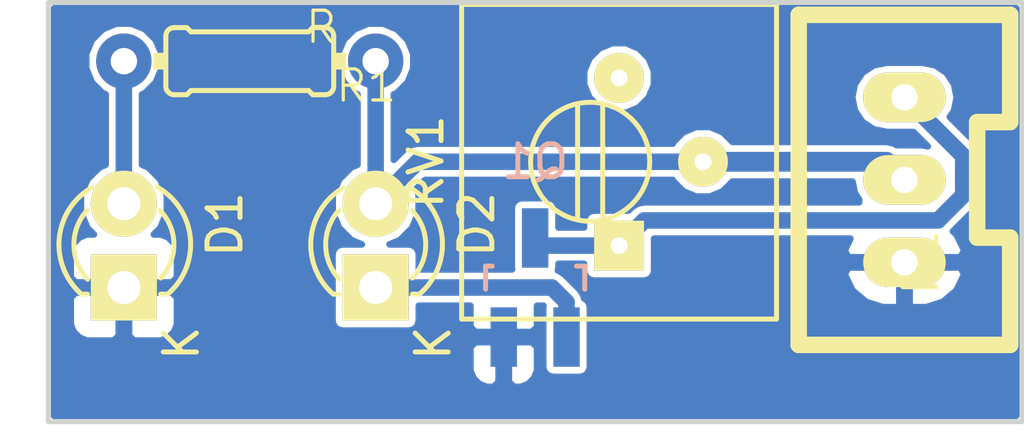
<source format=kicad_pcb>
(kicad_pcb (version 4) (host pcbnew 4.0.1-stable)

  (general
    (links 9)
    (no_connects 0)
    (area 125.007 86.635996 156.304001 100.289)
    (thickness 1.6)
    (drawings 4)
    (tracks 26)
    (zones 0)
    (modules 6)
    (nets 6)
  )

  (page A4)
  (layers
    (0 F.Cu signal)
    (31 B.Cu signal)
    (32 B.Adhes user)
    (33 F.Adhes user)
    (34 B.Paste user)
    (35 F.Paste user)
    (36 B.SilkS user)
    (37 F.SilkS user)
    (38 B.Mask user)
    (39 F.Mask user)
    (40 Dwgs.User user)
    (41 Cmts.User user)
    (42 Eco1.User user)
    (43 Eco2.User user)
    (44 Edge.Cuts user)
    (45 Margin user)
    (46 B.CrtYd user)
    (47 F.CrtYd user)
    (48 B.Fab user)
    (49 F.Fab user)
  )

  (setup
    (last_trace_width 0.5)
    (user_trace_width 0.5)
    (trace_clearance 0.2)
    (zone_clearance 0)
    (zone_45_only no)
    (trace_min 0.2)
    (segment_width 0.2)
    (edge_width 0.15)
    (via_size 0.6)
    (via_drill 0.4)
    (via_min_size 0.4)
    (via_min_drill 0.3)
    (uvia_size 0.3)
    (uvia_drill 0.1)
    (uvias_allowed no)
    (uvia_min_size 0.2)
    (uvia_min_drill 0.1)
    (pcb_text_width 0.3)
    (pcb_text_size 1.5 1.5)
    (mod_edge_width 0.15)
    (mod_text_size 1 1)
    (mod_text_width 0.15)
    (pad_size 1.524 1.524)
    (pad_drill 0.762)
    (pad_to_mask_clearance 0.2)
    (aux_axis_origin 0 0)
    (visible_elements FFFFFF7F)
    (pcbplotparams
      (layerselection 0x01000_80000000)
      (usegerberextensions false)
      (excludeedgelayer true)
      (linewidth 0.100000)
      (plotframeref false)
      (viasonmask false)
      (mode 1)
      (useauxorigin false)
      (hpglpennumber 1)
      (hpglpenspeed 20)
      (hpglpendiameter 15)
      (hpglpenoverlay 2)
      (psnegative false)
      (psa4output false)
      (plotreference true)
      (plotvalue true)
      (plotinvisibletext false)
      (padsonsilk false)
      (subtractmaskfromsilk false)
      (outputformat 1)
      (mirror false)
      (drillshape 0)
      (scaleselection 1)
      (outputdirectory ""))
  )

  (net 0 "")
  (net 1 "Net-(D1-Pad1)")
  (net 2 "Net-(D1-Pad2)")
  (net 3 "Net-(D2-Pad1)")
  (net 4 "Net-(D2-Pad2)")
  (net 5 "Net-(P1-Pad3)")

  (net_class Default "これは標準のネット クラスです。"
    (clearance 0.2)
    (trace_width 0.25)
    (via_dia 0.6)
    (via_drill 0.4)
    (uvia_dia 0.3)
    (uvia_drill 0.1)
    (add_net "Net-(D1-Pad1)")
    (add_net "Net-(D1-Pad2)")
    (add_net "Net-(D2-Pad1)")
    (add_net "Net-(D2-Pad2)")
    (add_net "Net-(P1-Pad3)")
  )

  (module LEDs:LED-3MM (layer F.Cu) (tedit 559B82F6) (tstamp 56BD4034)
    (at 129.032 95.504 90)
    (descr "LED 3mm round vertical")
    (tags "LED  3mm round vertical")
    (path /56BD3E2A)
    (fp_text reference D1 (at 1.91 3.06 90) (layer F.SilkS)
      (effects (font (size 1 1) (thickness 0.15)))
    )
    (fp_text value LED (at 1.3 -2.9 90) (layer F.Fab)
      (effects (font (size 1 1) (thickness 0.15)))
    )
    (fp_line (start -1.2 2.3) (end 3.8 2.3) (layer F.CrtYd) (width 0.05))
    (fp_line (start 3.8 2.3) (end 3.8 -2.2) (layer F.CrtYd) (width 0.05))
    (fp_line (start 3.8 -2.2) (end -1.2 -2.2) (layer F.CrtYd) (width 0.05))
    (fp_line (start -1.2 -2.2) (end -1.2 2.3) (layer F.CrtYd) (width 0.05))
    (fp_line (start -0.199 1.314) (end -0.199 1.114) (layer F.SilkS) (width 0.15))
    (fp_line (start -0.199 -1.28) (end -0.199 -1.1) (layer F.SilkS) (width 0.15))
    (fp_arc (start 1.301 0.034) (end -0.199 -1.286) (angle 108.5) (layer F.SilkS) (width 0.15))
    (fp_arc (start 1.301 0.034) (end 0.25 -1.1) (angle 85.7) (layer F.SilkS) (width 0.15))
    (fp_arc (start 1.311 0.034) (end 3.051 0.994) (angle 110) (layer F.SilkS) (width 0.15))
    (fp_arc (start 1.301 0.034) (end 2.335 1.094) (angle 87.5) (layer F.SilkS) (width 0.15))
    (fp_text user K (at -1.69 1.74 90) (layer F.SilkS)
      (effects (font (size 1 1) (thickness 0.15)))
    )
    (pad 1 thru_hole rect (at 0 0 180) (size 2 2) (drill 1.00076) (layers *.Cu *.Mask F.SilkS)
      (net 1 "Net-(D1-Pad1)"))
    (pad 2 thru_hole circle (at 2.54 0 90) (size 2 2) (drill 1.00076) (layers *.Cu *.Mask F.SilkS)
      (net 2 "Net-(D1-Pad2)"))
    (model LEDs.3dshapes/LED-3MM.wrl
      (at (xyz 0.05 0 0))
      (scale (xyz 1 1 1))
      (rotate (xyz 0 0 90))
    )
  )

  (module LEDs:LED-3MM (layer F.Cu) (tedit 559B82F6) (tstamp 56BD403A)
    (at 136.652 95.504 90)
    (descr "LED 3mm round vertical")
    (tags "LED  3mm round vertical")
    (path /56BD3E89)
    (fp_text reference D2 (at 1.91 3.06 90) (layer F.SilkS)
      (effects (font (size 1 1) (thickness 0.15)))
    )
    (fp_text value LED (at 1.3 -2.9 90) (layer F.Fab)
      (effects (font (size 1 1) (thickness 0.15)))
    )
    (fp_line (start -1.2 2.3) (end 3.8 2.3) (layer F.CrtYd) (width 0.05))
    (fp_line (start 3.8 2.3) (end 3.8 -2.2) (layer F.CrtYd) (width 0.05))
    (fp_line (start 3.8 -2.2) (end -1.2 -2.2) (layer F.CrtYd) (width 0.05))
    (fp_line (start -1.2 -2.2) (end -1.2 2.3) (layer F.CrtYd) (width 0.05))
    (fp_line (start -0.199 1.314) (end -0.199 1.114) (layer F.SilkS) (width 0.15))
    (fp_line (start -0.199 -1.28) (end -0.199 -1.1) (layer F.SilkS) (width 0.15))
    (fp_arc (start 1.301 0.034) (end -0.199 -1.286) (angle 108.5) (layer F.SilkS) (width 0.15))
    (fp_arc (start 1.301 0.034) (end 0.25 -1.1) (angle 85.7) (layer F.SilkS) (width 0.15))
    (fp_arc (start 1.311 0.034) (end 3.051 0.994) (angle 110) (layer F.SilkS) (width 0.15))
    (fp_arc (start 1.301 0.034) (end 2.335 1.094) (angle 87.5) (layer F.SilkS) (width 0.15))
    (fp_text user K (at -1.69 1.74 90) (layer F.SilkS)
      (effects (font (size 1 1) (thickness 0.15)))
    )
    (pad 1 thru_hole rect (at 0 0 180) (size 2 2) (drill 1.00076) (layers *.Cu *.Mask F.SilkS)
      (net 3 "Net-(D2-Pad1)"))
    (pad 2 thru_hole circle (at 2.54 0 90) (size 2 2) (drill 1.00076) (layers *.Cu *.Mask F.SilkS)
      (net 4 "Net-(D2-Pad2)"))
    (model LEDs.3dshapes/LED-3MM.wrl
      (at (xyz 0.05 0 0))
      (scale (xyz 1 1 1))
      (rotate (xyz 0 0 90))
    )
  )

  (module RP_KiCAD_Connector:XA_3T (layer F.Cu) (tedit 56B54F5C) (tstamp 56BD4041)
    (at 152.654 94.742 90)
    (path /56BD43B9)
    (fp_text reference P1 (at 0 0.5 90) (layer F.SilkS)
      (effects (font (size 1 1) (thickness 0.15)))
    )
    (fp_text value CONN_01X03 (at 0 -0.5 90) (layer F.Fab)
      (effects (font (size 1 1) (thickness 0.15)))
    )
    (fp_line (start 0.75 2.2) (end 4.25 2.2) (layer F.SilkS) (width 0.5))
    (fp_line (start 4.25 2.2) (end 4.25 3.2) (layer F.SilkS) (width 0.5))
    (fp_line (start 4.25 3.2) (end 7.5 3.2) (layer F.SilkS) (width 0.5))
    (fp_line (start -2.5 3.2) (end 0.75 3.2) (layer F.SilkS) (width 0.5))
    (fp_line (start 0.75 3.2) (end 0.75 2.2) (layer F.SilkS) (width 0.5))
    (fp_line (start -2.5 -3.2) (end 7.5 -3.2) (layer F.SilkS) (width 0.5))
    (fp_line (start 7.5 -3.2) (end 7.5 3.2) (layer F.SilkS) (width 0.5))
    (fp_line (start -2.5 -3.2) (end -2.5 3.2) (layer F.SilkS) (width 0.5))
    (pad 1 thru_hole oval (at 0 0 90) (size 1.5 2.5) (drill 0.8) (layers *.Cu *.Mask F.SilkS)
      (net 1 "Net-(D1-Pad1)"))
    (pad 2 thru_hole oval (at 2.5 0 90) (size 1.5 2.5) (drill 0.8) (layers *.Cu *.Mask F.SilkS)
      (net 4 "Net-(D2-Pad2)"))
    (pad 3 thru_hole oval (at 5 0 90) (size 1.5 2.5) (drill 0.8) (layers *.Cu *.Mask F.SilkS)
      (net 5 "Net-(P1-Pad3)"))
    (model conn_XA/XA_3T.wrl
      (at (xyz 0.1 0 0))
      (scale (xyz 4 4 4))
      (rotate (xyz -90 0 0))
    )
  )

  (module TO_SOT_Packages_SMD:SOT-23_Handsoldering (layer B.Cu) (tedit 54E9291B) (tstamp 56BD4048)
    (at 141.478 95.504 180)
    (descr "SOT-23, Handsoldering")
    (tags SOT-23)
    (path /56BD40DA)
    (attr smd)
    (fp_text reference Q1 (at 0 3.81 180) (layer B.SilkS)
      (effects (font (size 1 1) (thickness 0.15)) (justify mirror))
    )
    (fp_text value Q_NPN_BEC (at 0 -3.81 180) (layer B.Fab)
      (effects (font (size 1 1) (thickness 0.15)) (justify mirror))
    )
    (fp_line (start -1.49982 -0.0508) (end -1.49982 0.65024) (layer B.SilkS) (width 0.15))
    (fp_line (start -1.49982 0.65024) (end -1.2509 0.65024) (layer B.SilkS) (width 0.15))
    (fp_line (start 1.29916 0.65024) (end 1.49982 0.65024) (layer B.SilkS) (width 0.15))
    (fp_line (start 1.49982 0.65024) (end 1.49982 -0.0508) (layer B.SilkS) (width 0.15))
    (pad 1 smd rect (at -0.95 -1.50114 180) (size 0.8001 1.80086) (layers B.Cu B.Paste B.Mask)
      (net 3 "Net-(D2-Pad1)"))
    (pad 2 smd rect (at 0.95 -1.50114 180) (size 0.8001 1.80086) (layers B.Cu B.Paste B.Mask)
      (net 1 "Net-(D1-Pad1)"))
    (pad 3 smd rect (at 0 1.50114 180) (size 0.8001 1.80086) (layers B.Cu B.Paste B.Mask)
      (net 5 "Net-(P1-Pad3)"))
    (model TO_SOT_Packages_SMD.3dshapes/SOT-23_Handsoldering.wrl
      (at (xyz 0 0 0))
      (scale (xyz 1 1 1))
      (rotate (xyz 0 0 0))
    )
  )

  (module RP_KiCAD_Libs:0204_2f7 (layer F.Cu) (tedit 0) (tstamp 56BD404E)
    (at 132.842 88.646 180)
    (descr "<b>RESISTOR</b><p>\ntype 0204, grid 7.5 mm")
    (path /56BD3F04)
    (fp_text reference R1 (at -2.54 -1.2954 180) (layer F.SilkS)
      (effects (font (size 0.94107 0.94107) (thickness 0.09906)) (justify left bottom))
    )
    (fp_text value R (at -1.6256 0.4826 180) (layer F.SilkS)
      (effects (font (size 0.94107 0.94107) (thickness 0.09906)) (justify left bottom))
    )
    (fp_line (start 3.81 0) (end 2.921 0) (layer Dwgs.User) (width 0.508))
    (fp_line (start -3.81 0) (end -2.921 0) (layer Dwgs.User) (width 0.508))
    (fp_arc (start -2.286 -0.762) (end -2.54 -0.762) (angle 90) (layer F.SilkS) (width 0.1524))
    (fp_arc (start -2.286 0.762) (end -2.54 0.762) (angle -90) (layer F.SilkS) (width 0.1524))
    (fp_arc (start 2.286 0.762) (end 2.286 1.016) (angle -90) (layer F.SilkS) (width 0.1524))
    (fp_arc (start 2.286 -0.762) (end 2.286 -1.016) (angle 90) (layer F.SilkS) (width 0.1524))
    (fp_line (start -2.54 0.762) (end -2.54 -0.762) (layer F.SilkS) (width 0.1524))
    (fp_line (start -2.286 -1.016) (end -1.905 -1.016) (layer F.SilkS) (width 0.1524))
    (fp_line (start -1.778 -0.889) (end -1.905 -1.016) (layer F.SilkS) (width 0.1524))
    (fp_line (start -2.286 1.016) (end -1.905 1.016) (layer F.SilkS) (width 0.1524))
    (fp_line (start -1.778 0.889) (end -1.905 1.016) (layer F.SilkS) (width 0.1524))
    (fp_line (start 1.778 -0.889) (end 1.905 -1.016) (layer F.SilkS) (width 0.1524))
    (fp_line (start 1.778 -0.889) (end -1.778 -0.889) (layer F.SilkS) (width 0.1524))
    (fp_line (start 1.778 0.889) (end 1.905 1.016) (layer F.SilkS) (width 0.1524))
    (fp_line (start 1.778 0.889) (end -1.778 0.889) (layer F.SilkS) (width 0.1524))
    (fp_line (start 2.286 -1.016) (end 1.905 -1.016) (layer F.SilkS) (width 0.1524))
    (fp_line (start 2.286 1.016) (end 1.905 1.016) (layer F.SilkS) (width 0.1524))
    (fp_line (start 2.54 0.762) (end 2.54 -0.762) (layer F.SilkS) (width 0.1524))
    (fp_poly (pts (xy 2.54 0.254) (xy 2.921 0.254) (xy 2.921 -0.254) (xy 2.54 -0.254)) (layer F.SilkS) (width 0))
    (fp_poly (pts (xy -2.921 0.254) (xy -2.54 0.254) (xy -2.54 -0.254) (xy -2.921 -0.254)) (layer F.SilkS) (width 0))
    (pad 1 thru_hole circle (at -3.81 0 180) (size 1.6764 1.6764) (drill 0.8) (layers *.Cu *.Mask)
      (net 4 "Net-(D2-Pad2)"))
    (pad 2 thru_hole circle (at 3.81 0 180) (size 1.6764 1.6764) (drill 0.8) (layers *.Cu *.Mask)
      (net 2 "Net-(D1-Pad2)"))
    (model discret/resistors/horizontal/r_h_820R.wrl
      (at (xyz 0 0 0))
      (scale (xyz 0.3 0.3 0.3))
      (rotate (xyz 0 0 0))
    )
  )

  (module Potentiometers:Potentiometer_Trimmer-Suntan-TSR-3386P (layer F.Cu) (tedit 53F6A994) (tstamp 56BD4055)
    (at 144.018 94.234 90)
    (path /56BD3F63)
    (fp_text reference RV1 (at 2.54 -5.842 90) (layer F.SilkS)
      (effects (font (size 1 1) (thickness 0.15)))
    )
    (fp_text value POT (at 2.54 6.096 90) (layer F.Fab)
      (effects (font (size 1 1) (thickness 0.15)))
    )
    (fp_line (start 0.84 -1.255) (end 4.24 -1.255) (layer F.SilkS) (width 0.15))
    (fp_line (start 0.84 -0.495) (end 4.24 -0.495) (layer F.SilkS) (width 0.15))
    (fp_line (start -2.225 -4.765) (end 7.305 -4.765) (layer F.SilkS) (width 0.15))
    (fp_line (start 7.305 -4.765) (end 7.305 4.765) (layer F.SilkS) (width 0.15))
    (fp_line (start 7.305 4.765) (end -2.225 4.765) (layer F.SilkS) (width 0.15))
    (fp_line (start -2.225 4.765) (end -2.225 -4.765) (layer F.SilkS) (width 0.15))
    (fp_circle (center 2.54 -0.875) (end 4.115 0) (layer F.SilkS) (width 0.15))
    (pad 3 thru_hole circle (at 5.08 0 90) (size 1.51 1.51) (drill 0.51) (layers *.Cu *.Mask F.SilkS))
    (pad 1 thru_hole rect (at 0 0 90) (size 1.51 1.51) (drill 0.51) (layers *.Cu *.Mask F.SilkS)
      (net 5 "Net-(P1-Pad3)"))
    (pad 2 thru_hole circle (at 2.54 2.54 90) (size 1.51 1.51) (drill 0.51) (layers *.Cu *.Mask F.SilkS)
      (net 4 "Net-(D2-Pad2)"))
  )

  (gr_line (start 156.21 99.568) (end 156.21 86.868) (angle 90) (layer Edge.Cuts) (width 0.15))
  (gr_line (start 126.746 99.568) (end 156.21 99.568) (angle 90) (layer Edge.Cuts) (width 0.15))
  (gr_line (start 126.746 86.868) (end 126.746 99.568) (angle 90) (layer Edge.Cuts) (width 0.15))
  (gr_line (start 156.21 86.868) (end 126.746 86.868) (angle 90) (layer Edge.Cuts) (width 0.15))

  (segment (start 129.032 95.504) (end 129.032 98.044) (width 0.5) (layer B.Cu) (net 1) (status 400000))
  (segment (start 129.794 98.806) (end 140.528 98.806) (width 0.5) (layer B.Cu) (net 1) (tstamp 56BD43D7))
  (segment (start 129.032 98.044) (end 129.794 98.806) (width 0.5) (layer B.Cu) (net 1) (tstamp 56BD43D6))
  (segment (start 140.528 98.806) (end 151.384 98.806) (width 0.5) (layer B.Cu) (net 1))
  (segment (start 152.654 97.536) (end 152.654 94.742) (width 0.5) (layer B.Cu) (net 1) (tstamp 56BD4366))
  (segment (start 151.384 98.806) (end 152.654 97.536) (width 0.5) (layer B.Cu) (net 1) (tstamp 56BD4365))
  (segment (start 140.528 97.00514) (end 140.528 98.806) (width 0.5) (layer B.Cu) (net 1))
  (segment (start 129.032 88.646) (end 129.032 92.964) (width 0.5) (layer B.Cu) (net 2) (status C00000))
  (segment (start 136.652 95.504) (end 138.43 95.504) (width 0.5) (layer B.Cu) (net 3) (status 400000))
  (segment (start 142.428 95.946) (end 141.986 95.504) (width 0.5) (layer B.Cu) (net 3) (tstamp 56BD43C3))
  (segment (start 141.986 95.504) (end 138.43 95.504) (width 0.5) (layer B.Cu) (net 3) (tstamp 56BD43C4))
  (segment (start 142.428 95.946) (end 142.428 97.00514) (width 0.5) (layer B.Cu) (net 3))
  (segment (start 146.558 91.694) (end 137.922 91.694) (width 0.5) (layer B.Cu) (net 4) (status 400000))
  (segment (start 137.922 91.694) (end 136.652 92.964) (width 0.5) (layer B.Cu) (net 4) (tstamp 56BD43DE) (status 800000))
  (segment (start 136.652 88.646) (end 136.652 92.964) (width 0.5) (layer B.Cu) (net 4) (status C00000))
  (segment (start 146.558 91.694) (end 152.106 91.694) (width 0.6) (layer B.Cu) (net 4))
  (segment (start 152.106 91.694) (end 152.654 92.242) (width 0.6) (layer B.Cu) (net 4) (tstamp 56BD40EE))
  (segment (start 144.018 94.234) (end 141.70914 94.234) (width 0.5) (layer B.Cu) (net 5))
  (segment (start 141.70914 94.234) (end 141.478 94.00286) (width 0.5) (layer B.Cu) (net 5) (tstamp 56BD410F))
  (segment (start 152.654 89.742) (end 154.432 91.52) (width 0.5) (layer B.Cu) (net 5))
  (segment (start 144.78 93.472) (end 144.018 94.234) (width 0.5) (layer B.Cu) (net 5) (tstamp 56BD410A))
  (segment (start 153.67 93.472) (end 144.78 93.472) (width 0.5) (layer B.Cu) (net 5) (tstamp 56BD4108))
  (segment (start 154.432 92.71) (end 153.67 93.472) (width 0.5) (layer B.Cu) (net 5) (tstamp 56BD4107))
  (segment (start 154.432 91.52) (end 154.432 92.71) (width 0.5) (layer B.Cu) (net 5) (tstamp 56BD4105))
  (segment (start 143.78686 94.00286) (end 144.018 94.234) (width 0.6) (layer B.Cu) (net 5) (tstamp 56BD40CC))
  (segment (start 144.018 94.234) (end 143.99514 94.25686) (width 0.6) (layer B.Cu) (net 5))

  (zone (net 1) (net_name "Net-(D1-Pad1)") (layer B.Cu) (tstamp 56BD4333) (hatch edge 0.508)
    (connect_pads (clearance 0))
    (min_thickness 0.2)
    (fill yes (arc_segments 16) (thermal_gap 0.508) (thermal_bridge_width 0.508))
    (polygon
      (pts
        (xy 156.21 99.568) (xy 126.746 99.568) (xy 126.746 86.868) (xy 156.21 86.868) (xy 156.21 99.568)
      )
    )
    (polygon
      (pts        (xy 137.922 91.694) (xy 136.652 92.964) (xy 136.652 95.504) (xy 141.478 95.504) (xy 141.478 94.234)
        (xy 144.018 94.234) (xy 144.78 93.472) (xy 152.654 93.472) (xy 152.654 91.694) (xy 137.922 91.694)
      )
    )
    (filled_polygon
      (pts
        (xy 156.035 99.393) (xy 126.921 99.393) (xy 126.921 97.31114) (xy 139.51995 97.31114) (xy 139.51995 98.026508)
        (xy 139.612512 98.249974) (xy 139.783545 98.421007) (xy 140.007011 98.51357) (xy 140.222 98.51357) (xy 140.374 98.36157)
        (xy 140.374 97.15914) (xy 140.682 97.15914) (xy 140.682 98.36157) (xy 140.834 98.51357) (xy 141.048989 98.51357)
        (xy 141.272455 98.421007) (xy 141.443488 98.249974) (xy 141.53605 98.026508) (xy 141.53605 97.31114) (xy 141.38405 97.15914)
        (xy 140.682 97.15914) (xy 140.374 97.15914) (xy 139.67195 97.15914) (xy 139.51995 97.31114) (xy 126.921 97.31114)
        (xy 126.921 95.81) (xy 127.424 95.81) (xy 127.424 96.624938) (xy 127.516562 96.848404) (xy 127.687595 97.019437)
        (xy 127.911061 97.112) (xy 128.726 97.112) (xy 128.878 96.96) (xy 128.878 95.658) (xy 129.186 95.658)
        (xy 129.186 96.96) (xy 129.338 97.112) (xy 130.152939 97.112) (xy 130.376405 97.019437) (xy 130.547438 96.848404)
        (xy 130.64 96.624938) (xy 130.64 95.81) (xy 130.488 95.658) (xy 129.186 95.658) (xy 128.878 95.658)
        (xy 127.576 95.658) (xy 127.424 95.81) (xy 126.921 95.81) (xy 126.921 94.383062) (xy 127.424 94.383062)
        (xy 127.424 95.198) (xy 127.576 95.35) (xy 128.878 95.35) (xy 128.878 95.33) (xy 129.186 95.33)
        (xy 129.186 95.35) (xy 130.488 95.35) (xy 130.64 95.198) (xy 130.64 94.504) (xy 135.346123 94.504)
        (xy 135.346123 96.504) (xy 135.367042 96.615173) (xy 135.432745 96.717279) (xy 135.532997 96.785778) (xy 135.652 96.809877)
        (xy 137.652 96.809877) (xy 137.763173 96.788958) (xy 137.865279 96.723255) (xy 137.933778 96.623003) (xy 137.957877 96.504)
        (xy 137.957877 96.054) (xy 139.51995 96.054) (xy 139.51995 96.69914) (xy 139.67195 96.85114) (xy 140.374 96.85114)
        (xy 140.374 96.83114) (xy 140.682 96.83114) (xy 140.682 96.85114) (xy 141.38405 96.85114) (xy 141.53605 96.69914)
        (xy 141.53605 96.054) (xy 141.732342 96.054) (xy 141.722073 96.10471) (xy 141.722073 97.90557) (xy 141.742992 98.016743)
        (xy 141.808695 98.118849) (xy 141.908947 98.187348) (xy 142.02795 98.211447) (xy 142.82805 98.211447) (xy 142.939223 98.190528)
        (xy 143.041329 98.124825) (xy 143.109828 98.024573) (xy 143.133927 97.90557) (xy 143.133927 96.10471) (xy 143.113008 95.993537)
        (xy 143.047305 95.891431) (xy 142.954538 95.828046) (xy 142.936134 95.735524) (xy 142.816909 95.557091) (xy 142.816906 95.557089)
        (xy 142.374909 95.115091) (xy 142.196476 94.995866) (xy 142.166391 94.989882) (xy 142.183927 94.90329) (xy 142.183927 94.784)
        (xy 142.957123 94.784) (xy 142.957123 94.989) (xy 142.978042 95.100173) (xy 143.043745 95.202279) (xy 143.143997 95.270778)
        (xy 143.263 95.294877) (xy 144.773 95.294877) (xy 144.884173 95.273958) (xy 144.986279 95.208255) (xy 145.054778 95.108003)
        (xy 145.055351 95.105172) (xy 150.845462 95.105172) (xy 151.084854 95.593356) (xy 151.492038 95.937695) (xy 152 96.1)
        (xy 152.5 96.1) (xy 152.5 94.896) (xy 152.808 94.896) (xy 152.808 96.1) (xy 153.308 96.1)
        (xy 153.815962 95.937695) (xy 154.223146 95.593356) (xy 154.462538 95.105172) (xy 154.350127 94.896) (xy 152.808 94.896)
        (xy 152.5 94.896) (xy 150.957873 94.896) (xy 150.845462 95.105172) (xy 145.055351 95.105172) (xy 145.078877 94.989)
        (xy 145.078877 94.022) (xy 151.020441 94.022) (xy 150.845462 94.378828) (xy 150.957873 94.588) (xy 152.5 94.588)
        (xy 152.5 94.568) (xy 152.808 94.568) (xy 152.808 94.588) (xy 154.350127 94.588) (xy 154.462538 94.378828)
        (xy 154.223146 93.890644) (xy 154.11805 93.801768) (xy 154.820909 93.098909) (xy 154.940134 92.920476) (xy 154.982001 92.71)
        (xy 154.982 92.709995) (xy 154.982 91.520005) (xy 154.982001 91.52) (xy 154.940134 91.309524) (xy 154.820909 91.131091)
        (xy 154.025944 90.336126) (xy 154.15444 90.143818) (xy 154.234366 89.742) (xy 154.15444 89.340182) (xy 153.926828 88.999538)
        (xy 153.586184 88.771926) (xy 153.184366 88.692) (xy 152.123634 88.692) (xy 151.721816 88.771926) (xy 151.381172 88.999538)
        (xy 151.15356 89.340182) (xy 151.073634 89.742) (xy 151.15356 90.143818) (xy 151.381172 90.484462) (xy 151.721816 90.712074)
        (xy 152.123634 90.792) (xy 152.926182 90.792) (xy 153.361395 91.227213) (xy 153.184366 91.192) (xy 152.413924 91.192)
        (xy 152.33561 91.139672) (xy 152.106 91.094) (xy 147.449742 91.094) (xy 147.15639 90.800136) (xy 146.768773 90.639183)
        (xy 146.349068 90.638817) (xy 145.961171 90.799093) (xy 145.664136 91.09561) (xy 145.644043 91.144) (xy 137.922 91.144)
        (xy 137.711524 91.185866) (xy 137.533091 91.305091) (xy 137.202 91.636182) (xy 137.202 89.650279) (xy 137.295896 89.611482)
        (xy 137.544881 89.362932) (xy 142.962817 89.362932) (xy 143.123093 89.750829) (xy 143.41961 90.047864) (xy 143.807227 90.208817)
        (xy 144.226932 90.209183) (xy 144.614829 90.048907) (xy 144.911864 89.75239) (xy 145.072817 89.364773) (xy 145.073183 88.945068)
        (xy 144.912907 88.557171) (xy 144.61639 88.260136) (xy 144.228773 88.099183) (xy 143.809068 88.098817) (xy 143.421171 88.259093)
        (xy 143.124136 88.55561) (xy 142.963183 88.943227) (xy 142.962817 89.362932) (xy 137.544881 89.362932) (xy 137.616357 89.291581)
        (xy 137.790002 88.873395) (xy 137.790397 88.420591) (xy 137.617482 88.002104) (xy 137.297581 87.681643) (xy 136.879395 87.507998)
        (xy 136.426591 87.507603) (xy 136.008104 87.680518) (xy 135.687643 88.000419) (xy 135.513998 88.418605) (xy 135.513603 88.871409)
        (xy 135.686518 89.289896) (xy 136.006419 89.610357) (xy 136.102 89.650045) (xy 136.102 91.784653) (xy 135.916571 91.861271)
        (xy 135.550556 92.226647) (xy 135.352226 92.704279) (xy 135.351774 93.221452) (xy 135.549271 93.699429) (xy 135.914647 94.065444)
        (xy 136.234174 94.198123) (xy 135.652 94.198123) (xy 135.540827 94.219042) (xy 135.438721 94.284745) (xy 135.370222 94.384997)
        (xy 135.346123 94.504) (xy 130.64 94.504) (xy 130.64 94.383062) (xy 130.547438 94.159596) (xy 130.376405 93.988563)
        (xy 130.152939 93.896) (xy 129.938457 93.896) (xy 130.133444 93.701353) (xy 130.331774 93.223721) (xy 130.332226 92.706548)
        (xy 130.134729 92.228571) (xy 129.769353 91.862556) (xy 129.582 91.78476) (xy 129.582 89.650279) (xy 129.675896 89.611482)
        (xy 129.996357 89.291581) (xy 130.170002 88.873395) (xy 130.170397 88.420591) (xy 129.997482 88.002104) (xy 129.677581 87.681643)
        (xy 129.259395 87.507998) (xy 128.806591 87.507603) (xy 128.388104 87.680518) (xy 128.067643 88.000419) (xy 127.893998 88.418605)
        (xy 127.893603 88.871409) (xy 128.066518 89.289896) (xy 128.386419 89.610357) (xy 128.482 89.650045) (xy 128.482 91.784653)
        (xy 128.296571 91.861271) (xy 127.930556 92.226647) (xy 127.732226 92.704279) (xy 127.731774 93.221452) (xy 127.929271 93.699429)
        (xy 128.125499 93.896) (xy 127.911061 93.896) (xy 127.687595 93.988563) (xy 127.516562 94.159596) (xy 127.424 94.383062)
        (xy 126.921 94.383062) (xy 126.921 87.043) (xy 156.035 87.043)
      )
    )
  )
  (zone (net 0) (net_name "") (layer B.Cu) (tstamp 56BD43E9) (hatch edge 0.508)
    (connect_pads (clearance 0))
    (min_thickness 0.2)
    (fill yes (arc_segments 16) (thermal_gap 0.508) (thermal_bridge_width 0.508))
    (polygon
      (pts
        (xy 151.384 93.218) (xy 144.78 93.218) (xy 144.526 93.472) (xy 143.256 93.472) (xy 143.256 93.98)
        (xy 141.986 93.98) (xy 141.986 92.964) (xy 140.97 92.964) (xy 140.97 95.25) (xy 137.922 95.25)
        (xy 136.906 94.488) (xy 136.906 93.218) (xy 137.922 91.948) (xy 151.384 91.948) (xy 151.384 93.218)
      )
    )
    (filled_polygon
      (pts
        (xy 145.663093 92.290829) (xy 145.95961 92.587864) (xy 146.347227 92.748817) (xy 146.766932 92.749183) (xy 147.154829 92.588907)
        (xy 147.450251 92.294) (xy 151.083977 92.294) (xy 151.15356 92.643818) (xy 151.284 92.839034) (xy 151.284 92.922)
        (xy 144.780005 92.922) (xy 144.78 92.921999) (xy 144.569524 92.963866) (xy 144.391091 93.083091) (xy 144.301059 93.173123)
        (xy 143.263 93.173123) (xy 143.151827 93.194042) (xy 143.049721 93.259745) (xy 142.981222 93.359997) (xy 142.957123 93.479)
        (xy 142.957123 93.684) (xy 142.183927 93.684) (xy 142.183927 93.10243) (xy 142.163008 92.991257) (xy 142.097305 92.889151)
        (xy 141.997053 92.820652) (xy 141.87805 92.796553) (xy 141.07795 92.796553) (xy 140.966777 92.817472) (xy 140.864671 92.883175)
        (xy 140.796172 92.983427) (xy 140.772073 93.10243) (xy 140.772073 94.90329) (xy 140.781615 94.954) (xy 137.957877 94.954)
        (xy 137.957877 94.504) (xy 137.936958 94.392827) (xy 137.871255 94.290721) (xy 137.771003 94.222222) (xy 137.652 94.198123)
        (xy 137.069433 94.198123) (xy 137.387429 94.066729) (xy 137.753444 93.701353) (xy 137.951774 93.223721) (xy 137.952226 92.706548)
        (xy 137.874757 92.519061) (xy 138.149818 92.244) (xy 145.643744 92.244)
      )
    )
  )
)

</source>
